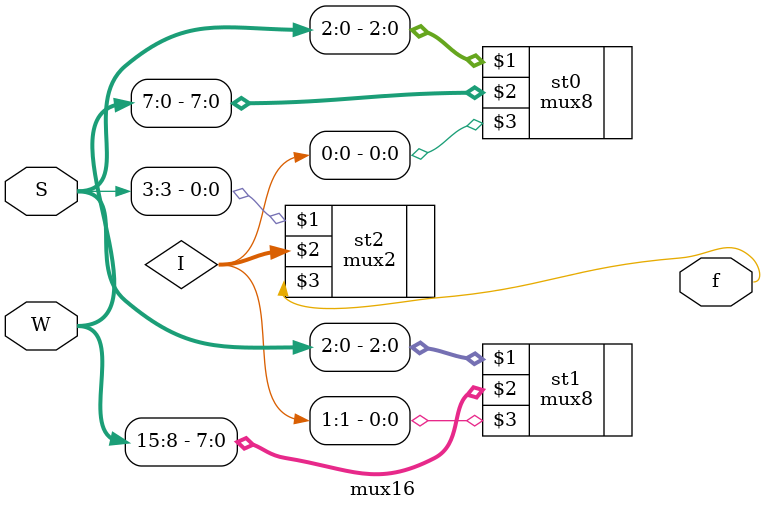
<source format=v>
`include "mux2.v" 
`include "mux8.v"
module mux16(S,W,f);
input [3:0]S;
input [15:0]W;
wire[1:0]I;
output f;
mux8 st0(S[2:0] , W[7:0] , I[0]);
mux8 st1(S[2:0] , W[15:8] , I[1]);
mux2 st2(S[3] , I, f);
endmodule

</source>
